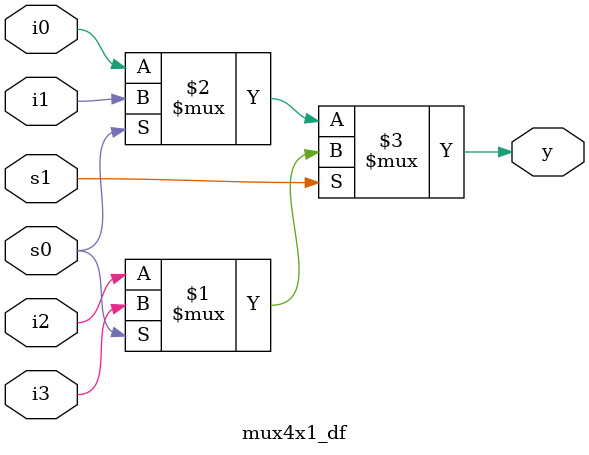
<source format=v>
module mux4x1_df(i0,i1,i2,i3,s0,s1,y);
input i0,i1,i2,i3,s0,s1;
output wire y;
assign y = s1 ? (s0? i3: i2):(s0? i1: i0);
endmodule

</source>
